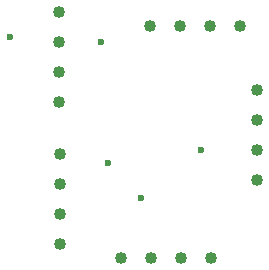
<source format=gbr>
G04 PROTEUS GERBER X2 FILE*
%TF.GenerationSoftware,Labcenter,Proteus,8.12-SP2-Build31155*%
%TF.CreationDate,2022-11-22T16:10:00+00:00*%
%TF.FileFunction,Plated,1,2,PTH*%
%TF.FilePolarity,Positive*%
%TF.Part,Single*%
%TF.SameCoordinates,{c16a8dad-42be-4f3a-a876-1634d5cf0ecb}*%
%FSLAX45Y45*%
%MOMM*%
G01*
%TA.AperFunction,ViaDrill*%
%ADD70C,0.600000*%
%TA.AperFunction,ComponentDrill*%
%ADD71C,1.016000*%
%TD.AperFunction*%
D70*
X-2980000Y+1360000D03*
X-2920000Y+340000D03*
X-2644699Y+41181D03*
X-2136699Y+448193D03*
X-3752506Y+1402987D03*
D71*
X-3340460Y+849500D03*
X-3340460Y+1103500D03*
X-3340460Y+1357500D03*
X-3340460Y+1611500D03*
X-2570000Y+1500000D03*
X-2316000Y+1500000D03*
X-2062000Y+1500000D03*
X-1808000Y+1500000D03*
X-1660000Y+954000D03*
X-1660000Y+700000D03*
X-1660000Y+446000D03*
X-1660000Y+192000D03*
X-2052779Y-464619D03*
X-2306779Y-464619D03*
X-2560779Y-464619D03*
X-2814779Y-464619D03*
X-3330000Y-350000D03*
X-3330000Y-96000D03*
X-3330000Y+158000D03*
X-3330000Y+412000D03*
M02*

</source>
